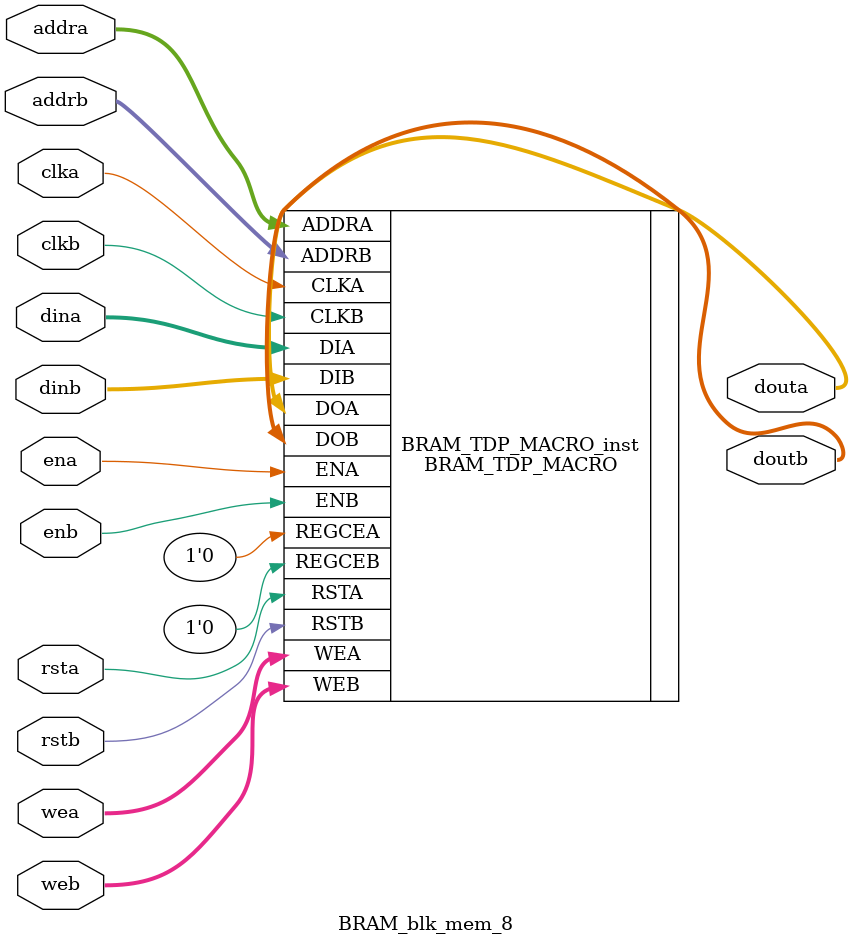
<source format=v>
`timescale 1ns/1ps

module BRAM_blk_mem_8 (
  clka,
  ena,
  wea,
  addra,
  dina,
  douta,
  rsta,
  clkb,
  enb,
  web,
  addrb,
  dinb,
  doutb,
  rstb
);


input wire clka;
input wire clkb;

input wire ena;
input wire enb;

input wire rsta;
input wire rstb;

input wire [3 : 0] wea;
input wire [3 : 0] web;

input wire [9 : 0] addra;
input wire [9 : 0] addrb;

input wire [31 : 0] dina;
input wire [31 : 0] dinb;

output wire [31 : 0] douta;
output wire [31 : 0] doutb;


// BRAM_TDP_MACRO : In order to incorporate this function into the design,
//   Verilog   : the following instance declaration needs to be placed
//  instance   : in the body of the design code.  The instance name
// declaration : (BRAM_TDP_MACRO_inst) and/or the port declarations within the
//    code     : parenthesis may be changed to properly reference and
//             : connect this function to the design.  All inputs
//             : and outputs must be connected.

//  <-----Cut code below this line---->

   // BRAM_TDP_MACRO: True Dual Port RAM
   //                 Virtex-7
   // Xilinx HDL Language Template, version 2016.4
   
   //////////////////////////////////////////////////////////////////////////
   // DATA_WIDTH_A/B | BRAM_SIZE | RAM Depth | ADDRA/B Width | WEA/B Width //
   // ===============|===========|===========|===============|=============//
   //     19-36      |  "36Kb"   |    1024   |    10-bit     |    4-bit    //
   //     10-18      |  "36Kb"   |    2048   |    11-bit     |    2-bit    //
   //     10-18      |  "18Kb"   |    1024   |    10-bit     |    2-bit    //
   //      5-9       |  "36Kb"   |    4096   |    12-bit     |    1-bit    //
   //      5-9       |  "18Kb"   |    2048   |    11-bit     |    1-bit    //
   //      3-4       |  "36Kb"   |    8192   |    13-bit     |    1-bit    //
   //      3-4       |  "18Kb"   |    4096   |    12-bit     |    1-bit    //
   //        2       |  "36Kb"   |   16384   |    14-bit     |    1-bit    //
   //        2       |  "18Kb"   |    8192   |    13-bit     |    1-bit    //
   //        1       |  "36Kb"   |   32768   |    15-bit     |    1-bit    //
   //        1       |  "18Kb"   |   16384   |    14-bit     |    1-bit    //
   //////////////////////////////////////////////////////////////////////////

   BRAM_TDP_MACRO #(
      .BRAM_SIZE("36Kb"), // Target BRAM: "18Kb" or "36Kb" 
      .DEVICE("7SERIES"), // Target device: "7SERIES" 
      .DOA_REG(0),        // Optional port A output register (0 or 1)
      .DOB_REG(0),        // Optional port B output register (0 or 1)
      .INIT_A(36'h00000000),  // Initial values on port A output port
      .INIT_B(36'h00000000), // Initial values on port B output port
      .INIT_FILE ("weight_8.mem"),
      .READ_WIDTH_A (32),   // Valid values are 1-36 (19-36 only valid when BRAM_SIZE="36Kb")
      .READ_WIDTH_B (32),   // Valid values are 1-36 (19-36 only valid when BRAM_SIZE="36Kb")
      .SIM_COLLISION_CHECK ("ALL"), // Collision check enable "ALL", "WARNING_ONLY", 
                                    //   "GENERATE_X_ONLY" or "NONE" 
      .SRVAL_A(36'h00000000), // Set/Reset value for port A output
      .SRVAL_B(36'h00000000), // Set/Reset value for port B output
      .WRITE_MODE_A("WRITE_FIRST"), // "WRITE_FIRST", "READ_FIRST", or "NO_CHANGE" 
      .WRITE_MODE_B("WRITE_FIRST"), // "WRITE_FIRST", "READ_FIRST", or "NO_CHANGE" 
      .WRITE_WIDTH_A(32), // Valid values are 1-36 (19-36 only valid when BRAM_SIZE="36Kb")
      .WRITE_WIDTH_B(32), // Valid values are 1-36 (19-36 only valid when BRAM_SIZE="36Kb")
      .INIT_00(256'h0000000000000000000000000000000000000000000000000000000000000000),
      .INIT_01(256'h0000000000000000000000000000000000000000000000000000000000000000),
      .INIT_02(256'h0000000000000000000000000000000000000000000000000000000000000000),
      .INIT_03(256'h0000000000000000000000000000000000000000000000000000000000000000),
      .INIT_04(256'h0000000000000000000000000000000000000000000000000000000000000000),
      .INIT_05(256'h0000000000000000000000000000000000000000000000000000000000000000),
      .INIT_06(256'h0000000000000000000000000000000000000000000000000000000000000000),
      .INIT_07(256'h0000000000000000000000000000000000000000000000000000000000000000),
      .INIT_08(256'h0000000000000000000000000000000000000000000000000000000000000000),
      .INIT_09(256'h0000000000000000000000000000000000000000000000000000000000000000),
      .INIT_0A(256'h0000000000000000000000000000000000000000000000000000000000000000),
      .INIT_0B(256'h0000000000000000000000000000000000000000000000000000000000000000),
      .INIT_0C(256'h0000000000000000000000000000000000000000000000000000000000000000),
      .INIT_0D(256'h0000000000000000000000000000000000000000000000000000000000000000),
      .INIT_0E(256'h0000000000000000000000000000000000000000000000000000000000000000),
      .INIT_0F(256'h0000000000000000000000000000000000000000000000000000000000000000),
      .INIT_10(256'h0000000000000000000000000000000000000000000000000000000000000000),
      .INIT_11(256'h0000000000000000000000000000000000000000000000000000000000000000),
      .INIT_12(256'h0000000000000000000000000000000000000000000000000000000000000000),
      .INIT_13(256'h0000000000000000000000000000000000000000000000000000000000000000),
      .INIT_14(256'h0000000000000000000000000000000000000000000000000000000000000000),
      .INIT_15(256'h0000000000000000000000000000000000000000000000000000000000000000),
      .INIT_16(256'h0000000000000000000000000000000000000000000000000000000000000000),
      .INIT_17(256'h0000000000000000000000000000000000000000000000000000000000000000),
      .INIT_18(256'h0000000000000000000000000000000000000000000000000000000000000000),
      .INIT_19(256'h0000000000000000000000000000000000000000000000000000000000000000),
      .INIT_1A(256'h0000000000000000000000000000000000000000000000000000000000000000),
      .INIT_1B(256'h0000000000000000000000000000000000000000000000000000000000000000),
      .INIT_1C(256'h0000000000000000000000000000000000000000000000000000000000000000),
      .INIT_1D(256'h0000000000000000000000000000000000000000000000000000000000000000),
      .INIT_1E(256'h0000000000000000000000000000000000000000000000000000000000000000),
      .INIT_1F(256'h0000000000000000000000000000000000000000000000000000000000000000),
      .INIT_20(256'h0000000000000000000000000000000000000000000000000000000000000000),
      .INIT_21(256'h0000000000000000000000000000000000000000000000000000000000000000),
      .INIT_22(256'h0000000000000000000000000000000000000000000000000000000000000000),
      .INIT_23(256'h0000000000000000000000000000000000000000000000000000000000000000),
      .INIT_24(256'h0000000000000000000000000000000000000000000000000000000000000000),
      .INIT_25(256'h0000000000000000000000000000000000000000000000000000000000000000),
      .INIT_26(256'h0000000000000000000000000000000000000000000000000000000000000000),
      .INIT_27(256'h0000000000000000000000000000000000000000000000000000000000000000),
      .INIT_28(256'h0000000000000000000000000000000000000000000000000000000000000000),
      .INIT_29(256'h0000000000000000000000000000000000000000000000000000000000000000),
      .INIT_2A(256'h0000000000000000000000000000000000000000000000000000000000000000),
      .INIT_2B(256'h0000000000000000000000000000000000000000000000000000000000000000),
      .INIT_2C(256'h0000000000000000000000000000000000000000000000000000000000000000),
      .INIT_2D(256'h0000000000000000000000000000000000000000000000000000000000000000),
      .INIT_2E(256'h0000000000000000000000000000000000000000000000000000000000000000),
      .INIT_2F(256'h0000000000000000000000000000000000000000000000000000000000000000),
      .INIT_30(256'h0000000000000000000000000000000000000000000000000000000000000000),
      .INIT_31(256'h0000000000000000000000000000000000000000000000000000000000000000),
      .INIT_32(256'h0000000000000000000000000000000000000000000000000000000000000000),
      .INIT_33(256'h0000000000000000000000000000000000000000000000000000000000000000),
      .INIT_34(256'h0000000000000000000000000000000000000000000000000000000000000000),
      .INIT_35(256'h0000000000000000000000000000000000000000000000000000000000000000),
      .INIT_36(256'h0000000000000000000000000000000000000000000000000000000000000000),
      .INIT_37(256'h0000000000000000000000000000000000000000000000000000000000000000),
      .INIT_38(256'h0000000000000000000000000000000000000000000000000000000000000000),
      .INIT_39(256'h0000000000000000000000000000000000000000000000000000000000000000),
      .INIT_3A(256'h0000000000000000000000000000000000000000000000000000000000000000),
      .INIT_3B(256'h0000000000000000000000000000000000000000000000000000000000000000),
      .INIT_3C(256'h0000000000000000000000000000000000000000000000000000000000000000),
      .INIT_3D(256'h0000000000000000000000000000000000000000000000000000000000000000),
      .INIT_3E(256'h0000000000000000000000000000000000000000000000000000000000000000),
      .INIT_3F(256'h0000000000000000000000000000000000000000000000000000000000000000),
      
      // The next set of INIT_xx are valid when configured as 36Kb
      .INIT_40(256'h0000000000000000000000000000000000000000000000000000000000000000),
      .INIT_41(256'h0000000000000000000000000000000000000000000000000000000000000000),
      .INIT_42(256'h0000000000000000000000000000000000000000000000000000000000000000),
      .INIT_43(256'h0000000000000000000000000000000000000000000000000000000000000000),
      .INIT_44(256'h0000000000000000000000000000000000000000000000000000000000000000),
      .INIT_45(256'h0000000000000000000000000000000000000000000000000000000000000000),
      .INIT_46(256'h0000000000000000000000000000000000000000000000000000000000000000),
      .INIT_47(256'h0000000000000000000000000000000000000000000000000000000000000000),
      .INIT_48(256'h0000000000000000000000000000000000000000000000000000000000000000),
      .INIT_49(256'h0000000000000000000000000000000000000000000000000000000000000000),
      .INIT_4A(256'h0000000000000000000000000000000000000000000000000000000000000000),
      .INIT_4B(256'h0000000000000000000000000000000000000000000000000000000000000000),
      .INIT_4C(256'h0000000000000000000000000000000000000000000000000000000000000000),
      .INIT_4D(256'h0000000000000000000000000000000000000000000000000000000000000000),
      .INIT_4E(256'h0000000000000000000000000000000000000000000000000000000000000000),
      .INIT_4F(256'h0000000000000000000000000000000000000000000000000000000000000000),
      .INIT_50(256'h0000000000000000000000000000000000000000000000000000000000000000),
      .INIT_51(256'h0000000000000000000000000000000000000000000000000000000000000000),
      .INIT_52(256'h0000000000000000000000000000000000000000000000000000000000000000),
      .INIT_53(256'h0000000000000000000000000000000000000000000000000000000000000000),
      .INIT_54(256'h0000000000000000000000000000000000000000000000000000000000000000),
      .INIT_55(256'h0000000000000000000000000000000000000000000000000000000000000000),
      .INIT_56(256'h0000000000000000000000000000000000000000000000000000000000000000),
      .INIT_57(256'h0000000000000000000000000000000000000000000000000000000000000000),
      .INIT_58(256'h0000000000000000000000000000000000000000000000000000000000000000),
      .INIT_59(256'h0000000000000000000000000000000000000000000000000000000000000000),
      .INIT_5A(256'h0000000000000000000000000000000000000000000000000000000000000000),
      .INIT_5B(256'h0000000000000000000000000000000000000000000000000000000000000000),
      .INIT_5C(256'h0000000000000000000000000000000000000000000000000000000000000000),
      .INIT_5D(256'h0000000000000000000000000000000000000000000000000000000000000000),
      .INIT_5E(256'h0000000000000000000000000000000000000000000000000000000000000000),
      .INIT_5F(256'h0000000000000000000000000000000000000000000000000000000000000000),
      .INIT_60(256'h0000000000000000000000000000000000000000000000000000000000000000),
      .INIT_61(256'h0000000000000000000000000000000000000000000000000000000000000000),
      .INIT_62(256'h0000000000000000000000000000000000000000000000000000000000000000),
      .INIT_63(256'h0000000000000000000000000000000000000000000000000000000000000000),
      .INIT_64(256'h0000000000000000000000000000000000000000000000000000000000000000),
      .INIT_65(256'h0000000000000000000000000000000000000000000000000000000000000000),
      .INIT_66(256'h0000000000000000000000000000000000000000000000000000000000000000),
      .INIT_67(256'h0000000000000000000000000000000000000000000000000000000000000000),
      .INIT_68(256'h0000000000000000000000000000000000000000000000000000000000000000),
      .INIT_69(256'h0000000000000000000000000000000000000000000000000000000000000000),
      .INIT_6A(256'h0000000000000000000000000000000000000000000000000000000000000000),
      .INIT_6B(256'h0000000000000000000000000000000000000000000000000000000000000000),
      .INIT_6C(256'h0000000000000000000000000000000000000000000000000000000000000000),
      .INIT_6D(256'h0000000000000000000000000000000000000000000000000000000000000000),
      .INIT_6E(256'h0000000000000000000000000000000000000000000000000000000000000000),
      .INIT_6F(256'h0000000000000000000000000000000000000000000000000000000000000000),
      .INIT_70(256'h0000000000000000000000000000000000000000000000000000000000000000),
      .INIT_71(256'h0000000000000000000000000000000000000000000000000000000000000000),
      .INIT_72(256'h0000000000000000000000000000000000000000000000000000000000000000),
      .INIT_73(256'h0000000000000000000000000000000000000000000000000000000000000000),
      .INIT_74(256'h0000000000000000000000000000000000000000000000000000000000000000),
      .INIT_75(256'h0000000000000000000000000000000000000000000000000000000000000000),
      .INIT_76(256'h0000000000000000000000000000000000000000000000000000000000000000),
      .INIT_77(256'h0000000000000000000000000000000000000000000000000000000000000000),
      .INIT_78(256'h0000000000000000000000000000000000000000000000000000000000000000),
      .INIT_79(256'h0000000000000000000000000000000000000000000000000000000000000000),
      .INIT_7A(256'h0000000000000000000000000000000000000000000000000000000000000000),
      .INIT_7B(256'h0000000000000000000000000000000000000000000000000000000000000000),
      .INIT_7C(256'h0000000000000000000000000000000000000000000000000000000000000000),
      .INIT_7D(256'h0000000000000000000000000000000000000000000000000000000000000000),
      .INIT_7E(256'h0000000000000000000000000000000000000000000000000000000000000000),
      .INIT_7F(256'h0000000000000000000000000000000000000000000000000000000000000000),
     
      // The next set of INITP_xx are for the parity bits
      //.INIT_FF(256'h0000000000000000000000000000000000000000000000000000000000000000),
      .INITP_00(256'h0000000000000000000000000000000000000000000000000000000000000000),
      .INITP_01(256'h0000000000000000000000000000000000000000000000000000000000000000),
      .INITP_02(256'h0000000000000000000000000000000000000000000000000000000000000000),
      .INITP_03(256'h0000000000000000000000000000000000000000000000000000000000000000),
      .INITP_04(256'h0000000000000000000000000000000000000000000000000000000000000000),
      .INITP_05(256'h0000000000000000000000000000000000000000000000000000000000000000),
      .INITP_06(256'h0000000000000000000000000000000000000000000000000000000000000000),
      .INITP_07(256'h0000000000000000000000000000000000000000000000000000000000000000),
      
      // The next set of INITP_xx are valid when configured as 36Kb
      .INITP_08(256'h0000000000000000000000000000000000000000000000000000000000000000),
      .INITP_09(256'h0000000000000000000000000000000000000000000000000000000000000000),
      .INITP_0A(256'h0000000000000000000000000000000000000000000000000000000000000000),
      .INITP_0B(256'h0000000000000000000000000000000000000000000000000000000000000000),
      .INITP_0C(256'h0000000000000000000000000000000000000000000000000000000000000000),
      .INITP_0D(256'h0000000000000000000000000000000000000000000000000000000000000000),
      .INITP_0E(256'h0000000000000000000000000000000000000000000000000000000000000000),
      .INITP_0F(256'h0000000000000000000000000000000000000000000000000000000000000000)
   ) BRAM_TDP_MACRO_inst (
      .DOA(douta),       // Output port-A data, width defined by READ_WIDTH_A parameter
      .DOB(doutb),       // Output port-B data, width defined by READ_WIDTH_B parameter
      .ADDRA(addra),   // Input port-A address, width defined by Port A depth
      .ADDRB(addrb),   // Input port-B address, width defined by Port B depth
      .CLKA(clka),     // 1-bit input port-A clock
      .CLKB(clkb),     // 1-bit input port-B clock
      .DIA(dina),       // Input port-A data, width defined by WRITE_WIDTH_A parameter
      .DIB(dinb),       // Input port-B data, width defined by WRITE_WIDTH_B parameter
      .ENA(ena),       // 1-bit input port-A enable
      .ENB(enb),       // 1-bit input port-B enable
      .REGCEA(1'D0), // 1-bit input port-A output register enable
      .REGCEB(1'D0), // 1-bit input port-B output register enable
      .RSTA(rsta),     // 1-bit input port-A reset
      .RSTB(rstb),     // 1-bit input port-B reset
      .WEA(wea),       // Input port-A write enable, width defined by Port A depth
      .WEB(web)        // Input port-B write enable, width defined by Port B depth
   );

   // End of BRAM_TDP_MACRO_inst instantiation
				
endmodule
</source>
